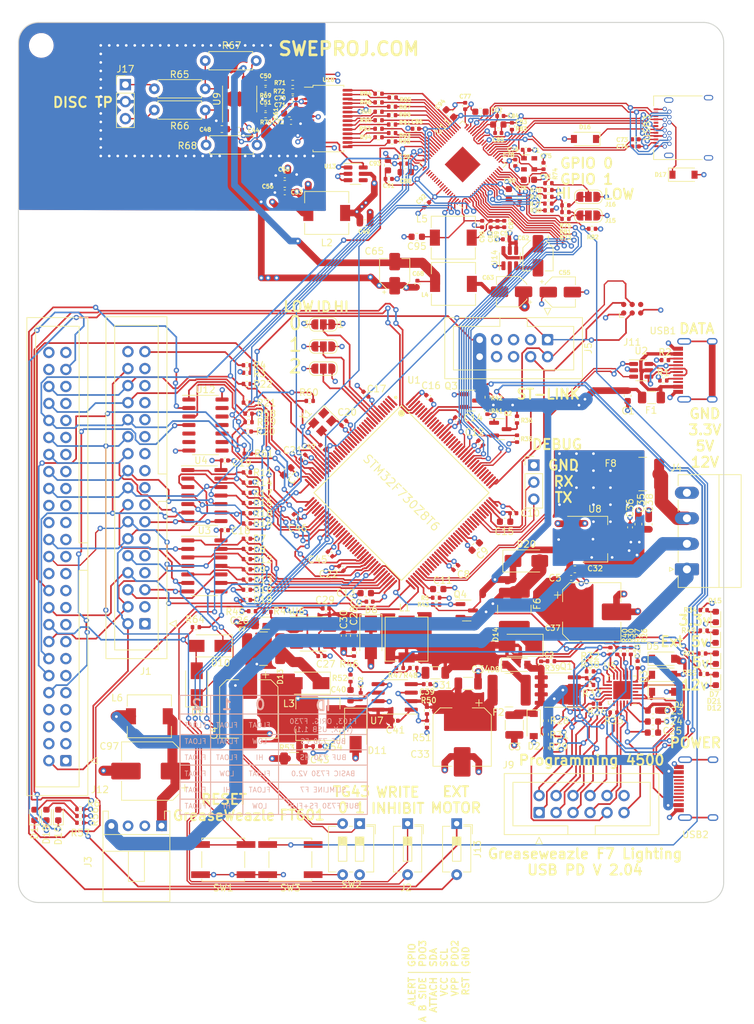
<source format=kicad_pcb>
(kicad_pcb (version 20221018) (generator pcbnew)

  (general
    (thickness 1.6)
  )

  (paper "E")
  (title_block
    (title "Greaseweazle F7 Lighting, USB PD")
    (date "2024-01-29")
    (rev "2.04")
    (company "SweProj.com")
  )

  (layers
    (0 "F.Cu" signal)
    (1 "In1.Cu" power)
    (2 "In2.Cu" power)
    (31 "B.Cu" signal)
    (32 "B.Adhes" user "B.Adhesive")
    (33 "F.Adhes" user "F.Adhesive")
    (34 "B.Paste" user)
    (35 "F.Paste" user)
    (36 "B.SilkS" user "B.Silkscreen")
    (37 "F.SilkS" user "F.Silkscreen")
    (38 "B.Mask" user)
    (39 "F.Mask" user)
    (40 "Dwgs.User" user "User.Drawings")
    (41 "Cmts.User" user "User.Comments")
    (42 "Eco1.User" user "User.Eco1")
    (43 "Eco2.User" user "User.Eco2")
    (44 "Edge.Cuts" user)
    (45 "Margin" user)
    (46 "B.CrtYd" user "B.Courtyard")
    (47 "F.CrtYd" user "F.Courtyard")
    (48 "B.Fab" user)
    (49 "F.Fab" user)
  )

  (setup
    (stackup
      (layer "F.SilkS" (type "Top Silk Screen"))
      (layer "F.Paste" (type "Top Solder Paste"))
      (layer "F.Mask" (type "Top Solder Mask") (thickness 0.01))
      (layer "F.Cu" (type "copper") (thickness 0.035))
      (layer "dielectric 1" (type "core") (thickness 0.48) (material "FR4") (epsilon_r 4.5) (loss_tangent 0.02))
      (layer "In1.Cu" (type "copper") (thickness 0.035))
      (layer "dielectric 2" (type "prepreg") (thickness 0.48) (material "FR4") (epsilon_r 4.5) (loss_tangent 0.02))
      (layer "In2.Cu" (type "copper") (thickness 0.035))
      (layer "dielectric 3" (type "core") (thickness 0.48) (material "FR4") (epsilon_r 4.5) (loss_tangent 0.02))
      (layer "B.Cu" (type "copper") (thickness 0.035))
      (layer "B.Mask" (type "Bottom Solder Mask") (thickness 0.01))
      (layer "B.Paste" (type "Bottom Solder Paste"))
      (layer "B.SilkS" (type "Bottom Silk Screen"))
      (copper_finish "None")
      (dielectric_constraints no)
    )
    (pad_to_mask_clearance 0)
    (pcbplotparams
      (layerselection 0x00010fc_ffffffff)
      (plot_on_all_layers_selection 0x0000000_00000000)
      (disableapertmacros false)
      (usegerberextensions false)
      (usegerberattributes true)
      (usegerberadvancedattributes true)
      (creategerberjobfile true)
      (dashed_line_dash_ratio 12.000000)
      (dashed_line_gap_ratio 3.000000)
      (svgprecision 6)
      (plotframeref false)
      (viasonmask false)
      (mode 1)
      (useauxorigin false)
      (hpglpennumber 1)
      (hpglpenspeed 20)
      (hpglpendiameter 15.000000)
      (dxfpolygonmode true)
      (dxfimperialunits true)
      (dxfusepcbnewfont true)
      (psnegative false)
      (psa4output false)
      (plotreference true)
      (plotvalue true)
      (plotinvisibletext false)
      (sketchpadsonfab false)
      (subtractmaskfromsilk false)
      (outputformat 1)
      (mirror false)
      (drillshape 0)
      (scaleselection 1)
      (outputdirectory "Greaseweazle_V1.01")
    )
  )

  (net 0 "")
  (net 1 "Net-(D2-K)")
  (net 2 "Net-(C2-Pad2)")
  (net 3 "Net-(U1A-VDD12OTGHS)")
  (net 4 "+12V")
  (net 5 "+3V3")
  (net 6 "+5VA")
  (net 7 "Net-(U1A-VCAP_1)")
  (net 8 "Net-(U1A-VCAP_2)")
  (net 9 "Net-(U5-VREG_2V7)")
  (net 10 "/Power_USB/USB_POWER")
  (net 11 "Net-(U5-VREG_1V2)")
  (net 12 "Net-(U6-SS)")
  (net 13 "Net-(U6-COMP)")
  (net 14 "Net-(C28-Pad2)")
  (net 15 "Net-(D6-K)")
  (net 16 "Net-(U6-BOOT)")
  (net 17 "Net-(D14-A)")
  (net 18 "Net-(U7-SS)")
  (net 19 "+24V")
  (net 20 "+5V")
  (net 21 "Net-(U7-COMP)")
  (net 22 "Net-(D11-K)")
  (net 23 "Net-(C40-Pad2)")
  (net 24 "Net-(U7-BOOT)")
  (net 25 "Net-(D13-A)")
  (net 26 "Net-(U10-SENSE)")
  (net 27 "Net-(U10-VIN+)")
  (net 28 "Net-(U10-VIN-)")
  (net 29 "/LED1")
  (net 30 "/Power_USB/CC2")
  (net 31 "/Power_USB/CC1")
  (net 32 "Net-(U10-REFT)")
  (net 33 "Net-(U10-REFB)")
  (net 34 "Net-(U14-CAP+)")
  (net 35 "Net-(U14-CAP-)")
  (net 36 "Net-(U14-OUT)")
  (net 37 "Net-(U11-T0DN)")
  (net 38 "Net-(U11-T0DP)")
  (net 39 "/~{RDY}")
  (net 40 "/~{WR_PROT}")
  (net 41 "/~{TRK_00}")
  (net 42 "/~{INDEX}")
  (net 43 "Net-(U11-XI)")
  (net 44 "Net-(U11-XO)")
  (net 45 "/SWDIO")
  (net 46 "/SWCLK")
  (net 47 "/ID2")
  (net 48 "Net-(J3-Pin_1)")
  (net 49 "/Power_USB/RST")
  (net 50 "/Power_USB/POWER_PDO2")
  (net 51 "VPP")
  (net 52 "/Power_USB/SCL")
  (net 53 "/Power_USB/SDA")
  (net 54 "/Power_USB/ATTACH")
  (net 55 "/Power_USB/POWER_PDO3")
  (net 56 "/Power_USB/A_B_SIDE")
  (net 57 "/Power_USB/GPIO")
  (net 58 "/Power_USB/ALERT")
  (net 59 "Net-(D1-A)")
  (net 60 "Net-(D7-A)")
  (net 61 "Net-(D8-K)")
  (net 62 "/~{FLIPPY}")
  (net 63 "Net-(D12-A)")
  (net 64 "/~{DENS}")
  (net 65 "/SPARE1")
  (net 66 "/SPARE2")
  (net 67 "/~{M0}")
  (net 68 "/~{DS1}")
  (net 69 "/~{DS0}")
  (net 70 "/~{DIR}")
  (net 71 "/~{STEP}")
  (net 72 "/~{WR_DAT}")
  (net 73 "/~{WR_GATE}")
  (net 74 "/~{SIDE}")
  (net 75 "Net-(D13-K)")
  (net 76 "Net-(D14-K)")
  (net 77 "Net-(D15-A)")
  (net 78 "Net-(D16-K)")
  (net 79 "Net-(D17-K)")
  (net 80 "Net-(U2-VBUS)")
  (net 81 "Net-(J4-Pin_3)")
  (net 82 "/~{M1}")
  (net 83 "/USB_D+")
  (net 84 "/USB_D-")
  (net 85 "Net-(J1-Pin_6)")
  (net 86 "Net-(J1-Pin_33)")
  (net 87 "unconnected-(J5-Pin_3-Pad3)")
  (net 88 "nRST")
  (net 89 "/RX")
  (net 90 "/TX")
  (net 91 "unconnected-(J11-Pin_6-Pad6)")
  (net 92 "unconnected-(J12-Pin_4-Pad4)")
  (net 93 "unconnected-(J12-Pin_6-Pad6)")
  (net 94 "unconnected-(J12-Pin_8-Pad8)")
  (net 95 "/~{FD2S}")
  (net 96 "/~{DC}")
  (net 97 "unconnected-(J12-Pin_24-Pad24)")
  (net 98 "/~{DISKCHANGE}")
  (net 99 "/~{DRIVE2}")
  (net 100 "/~{DRIVE3}")
  (net 101 "unconnected-(J12-Pin_50-Pad50)")
  (net 102 "Net-(J15-Pin_1)")
  (net 103 "Net-(J16-Pin_1)")
  (net 104 "Net-(J17-Pin_1)")
  (net 105 "Net-(J17-Pin_3)")
  (net 106 "/BE_0")
  (net 107 "Net-(Q1-G)")
  (net 108 "Net-(USB1-CC1)")
  (net 109 "Net-(USB1-CC2)")
  (net 110 "Net-(U1A-OTG_HS_REXT)")
  (net 111 "Net-(U5-VBUS_VS_DISCH)")
  (net 112 "Net-(U5-VBUS_EN_SNK)")
  (net 113 "/AD_USB/TX+")
  (net 114 "Net-(U5-DISCH)")
  (net 115 "Net-(U6-EN)")
  (net 116 "Net-(U6-VSENSE)")
  (net 117 "Net-(U7-EN)")
  (net 118 "Net-(U7-VSENSE)")
  (net 119 "Net-(U9-+IN)")
  (net 120 "Net-(U9--IN)")
  (net 121 "Net-(U9--OUT)")
  (net 122 "Net-(U9-+OUT)")
  (net 123 "Net-(U10-MODE)")
  (net 124 "Net-(U11-GPIO0)")
  (net 125 "Net-(U11-GPIO1)")
  (net 126 "Net-(U11-WAKEUP_N)")
  (net 127 "Net-(U11-SIWU_N)")
  (net 128 "Net-(U11-OE_N)")
  (net 129 "Net-(U11-RD_N)")
  (net 130 "Net-(U11-WR_N)")
  (net 131 "Net-(U11-RREF)")
  (net 132 "Net-(U11-DATA_0)")
  (net 133 "Net-(U11-DATA_1)")
  (net 134 "Net-(U11-DATA_2)")
  (net 135 "Net-(U11-DATA_3)")
  (net 136 "Net-(U11-DATA_4)")
  (net 137 "Net-(U11-DATA_5)")
  (net 138 "Net-(U11-DATA_6)")
  (net 139 "Net-(U11-DATA_7)")
  (net 140 "Net-(U11-DATA_8)")
  (net 141 "Net-(U11-DATA_9)")
  (net 142 "Net-(U11-DATA_10)")
  (net 143 "Net-(U11-DATA_11)")
  (net 144 "unconnected-(U1C-PE2-Pad1)")
  (net 145 "unconnected-(U1C-PE3-Pad2)")
  (net 146 "unconnected-(U1C-PE4-Pad3)")
  (net 147 "unconnected-(U1C-PE5-Pad4)")
  (net 148 "unconnected-(U1C-PE6-Pad5)")
  (net 149 "unconnected-(U1C-PF0-Pad10)")
  (net 150 "unconnected-(U1C-PF1-Pad11)")
  (net 151 "unconnected-(U1C-PF2-Pad12)")
  (net 152 "unconnected-(U1C-PF3-Pad13)")
  (net 153 "unconnected-(U1C-PF4-Pad14)")
  (net 154 "unconnected-(U1C-PF5-Pad15)")
  (net 155 "unconnected-(U1C-PF6-Pad18)")
  (net 156 "unconnected-(U1C-PF7-Pad19)")
  (net 157 "unconnected-(U1C-PF8-Pad20)")
  (net 158 "unconnected-(U1C-PF9-Pad21)")
  (net 159 "unconnected-(U1C-PF10-Pad22)")
  (net 160 "Net-(U1C-PH0)")
  (net 161 "unconnected-(U1C-PH1-Pad24)")
  (net 162 "unconnected-(U1B-PC0-Pad26)")
  (net 163 "unconnected-(U1B-PA4-Pad40)")
  (net 164 "unconnected-(U1B-PA5-Pad41)")
  (net 165 "unconnected-(U1B-PC5-Pad45)")
  (net 166 "unconnected-(U1C-PF11-Pad49)")
  (net 167 "unconnected-(U1C-PF12-Pad50)")
  (net 168 "unconnected-(U1C-PF13-Pad53)")
  (net 169 "unconnected-(U1C-PF14-Pad54)")
  (net 170 "unconnected-(U1C-PF15-Pad55)")
  (net 171 "unconnected-(U1C-PG0-Pad56)")
  (net 172 "unconnected-(U1C-PG1-Pad57)")
  (net 173 "unconnected-(U1C-PE7-Pad58)")
  (net 174 "unconnected-(U1C-PE8-Pad59)")
  (net 175 "unconnected-(J12-Pin_43-Pad43)")
  (net 176 "/~{EXT_MOTOR}")
  (net 177 "unconnected-(U1B-PD8-Pad79)")
  (net 178 "unconnected-(U1B-PD9-Pad80)")
  (net 179 "unconnected-(U1B-PD10-Pad81)")
  (net 180 "SCL_3V3")
  (net 181 "SDA_3V3")
  (net 182 "/P_STUSB")
  (net 183 "/~{MOTOR_EN}")
  (net 184 "unconnected-(U1B-PD11-Pad82)")
  (net 185 "unconnected-(U1B-PD12-Pad83)")
  (net 186 "unconnected-(U1B-PD13-Pad84)")
  (net 187 "unconnected-(U1B-PD14-Pad87)")
  (net 188 "unconnected-(U1B-PD15-Pad88)")
  (net 189 "unconnected-(U1C-PG2-Pad89)")
  (net 190 "unconnected-(U1C-PG3-Pad90)")
  (net 191 "unconnected-(U1C-PG4-Pad91)")
  (net 192 "unconnected-(U1C-PG5-Pad92)")
  (net 193 "unconnected-(U1C-PG8-Pad93)")
  (net 194 "unconnected-(U1B-PC6-Pad96)")
  (net 195 "unconnected-(U1B-PC7-Pad97)")
  (net 196 "unconnected-(U1B-PC8-Pad98)")
  (net 197 "unconnected-(U1B-PC9-Pad99)")
  (net 198 "unconnected-(U1B-PA8-Pad100)")
  (net 199 "unconnected-(U1B-PA11-Pad103)")
  (net 200 "unconnected-(U1B-PA12-Pad104)")
  (net 201 "unconnected-(U1B-PA15-Pad110)")
  (net 202 "unconnected-(U1B-PC10-Pad111)")
  (net 203 "unconnected-(U1B-PC11-Pad112)")
  (net 204 "/BE_1")
  (net 205 "/BE_2")
  (net 206 "/BE_3")
  (net 207 "/TXE_N")
  (net 208 "+3.3VADC")
  (net 209 "unconnected-(U1B-PC12-Pad113)")
  (net 210 "unconnected-(U1B-PD0-Pad114)")
  (net 211 "-3V3")
  (net 212 "/~{DENSEL}")
  (net 213 "/INUSE")
  (net 214 "/~{M0_EN}")
  (net 215 "/~{DRIVE1}")
  (net 216 "/~{DRIVE0}")
  (net 217 "/~{M1_EN}")
  (net 218 "/~{DIRECTION}")
  (net 219 "/~{STEPS}")
  (net 220 "/~{WR_DATA}")
  (net 221 "/~{WR_GATE_OUT}")
  (net 222 "/~{SIDE_SEL}")
  (net 223 "unconnected-(U1B-PD3-Pad117)")
  (net 224 "/RXE_N")
  (net 225 "unconnected-(U1C-PG9-Pad124)")
  (net 226 "Net-(J2-Pad2)")
  (net 227 "unconnected-(U1C-PG10-Pad125)")
  (net 228 "unconnected-(U1C-PG11-Pad126)")
  (net 229 "unconnected-(U1C-PG12-Pad127)")
  (net 230 "unconnected-(U1C-PG13-Pad128)")
  (net 231 "unconnected-(U1C-PG14-Pad129)")
  (net 232 "unconnected-(U1C-PG15-Pad132)")
  (net 233 "unconnected-(U1B-PB3-Pad133)")
  (net 234 "/AD_USB/D+")
  (net 235 "/AD_USB/D-")
  (net 236 "/AD_USB/RX-")
  (net 237 "unconnected-(U1B-PB4-Pad134)")
  (net 238 "unconnected-(U1B-PB5-Pad135)")
  (net 239 "/~{RD_DATA}")
  (net 240 "/PA0")
  (net 241 "/PA1")
  (net 242 "/AD/CLK_60MHz")
  (net 243 "/PA2")
  (net 244 "/PA3")
  (net 245 "unconnected-(U1B-PB8-Pad139)")
  (net 246 "unconnected-(U1B-PB9-Pad140)")
  (net 247 "/PA4")
  (net 248 "/PA5")
  (net 249 "/PA6")
  (net 250 "/PA7")
  (net 251 "/PA8")
  (net 252 "/PA9")
  (net 253 "/PA10")
  (net 254 "/PA11")
  (net 255 "unconnected-(Y1-Pad2)")
  (net 256 "unconnected-(Y1-Pad4)")
  (net 257 "/~{TG43_0}")
  (net 258 "/~{TG43_1}")
  (net 259 "/AD_USB/RX+")
  (net 260 "/LED2")
  (net 261 "/LED3")
  (net 262 "Net-(USB1-DP1)")
  (net 263 "Net-(USB1-DN1)")
  (net 264 "unconnected-(U5-NC-Pad3)")
  (net 265 "/AD_USB/VD10")
  (net 266 "/AD_USB/VCCIO")
  (net 267 "/AD_USB/AVDD")
  (net 268 "unconnected-(U9-NC-Pad7)")
  (net 269 "unconnected-(U10-OTR-Pad1)")
  (net 270 "Net-(U11-CLK)")
  (net 271 "unconnected-(U11-DATA_16-Pad60)")
  (net 272 "/AD_USB/FT_RST")
  (net 273 "GND")
  (net 274 "unconnected-(U13-Pad4)")
  (net 275 "unconnected-(U11-DATA_17-Pad61)")
  (net 276 "unconnected-(U11-DATA_18-Pad62)")
  (net 277 "unconnected-(U11-DATA_19-Pad63)")
  (net 278 "unconnected-(U11-DATA_20-Pad64)")
  (net 279 "unconnected-(U11-DATA_21-Pad65)")
  (net 280 "unconnected-(U11-DATA_22-Pad66)")
  (net 281 "unconnected-(U11-DATA_23-Pad67)")
  (net 282 "unconnected-(U11-DATA_24-Pad69)")
  (net 283 "unconnected-(U11-DATA_25-Pad70)")
  (net 284 "unconnected-(U11-DATA_26-Pad71)")
  (net 285 "unconnected-(U11-DATA_27-Pad72)")
  (net 286 "unconnected-(U11-DATA_31-Pad76)")
  (net 287 "unconnected-(U11-EXP-Pad77)")
  (net 288 "unconnected-(USB1-SBU2-Pad3)")
  (net 289 "unconnected-(USB1-SBU1-Pad9)")
  (net 290 "unconnected-(USB1-SHIELD-Pad13)")
  (net 291 "unconnected-(USB2-SBU2-Pad3)")
  (net 292 "unconnected-(USB2-DN2-Pad5)")
  (net 293 "unconnected-(USB2-DP1-Pad6)")
  (net 294 "unconnected-(USB2-DN1-Pad7)")
  (net 295 "unconnected-(USB2-DP2-Pad8)")
  (net 296 "unconnected-(USB2-SBU1-Pad9)")
  (net 297 "unconnected-(USB3-SBU1-PadA8)")
  (net 298 "unconnected-(USB3-SBU2-PadB8)")
  (net 299 "/AD_USB/VBUS")
  (net 300 "/AD_USB/TX-")
  (net 301 "unconnected-(X1-Tri-State-Pad1)")
  (net 302 "Net-(D18-A)")
  (net 303 "Net-(D19-A)")
  (net 304 "Net-(J13-Pad2)")
  (net 305 "/~{MOTOR2}")
  (net 306 "/~{FD2}")
  (net 307 "unconnected-(U12-Pad5)")
  (net 308 "unconnected-(U12-Pad6)")
  (net 309 "unconnected-(U12-Pad8)")
  (net 310 "unconnected-(U12-Pad9)")
  (net 311 "unconnected-(U12-Pad10)")
  (net 312 "unconnected-(U12-Pad11)")
  (net 313 "unconnected-(U12-Pad12)")
  (net 314 "unconnected-(U12-Pad13)")
  (net 315 "unconnected-(J12-Pin_48-Pad48)")
  (net 316 "Net-(D21-A)")

  (footprint "MountingHole:MountingHole_3.2mm_M3" (layer "F.Cu") (at 192.532 33.02))

  (footprint "MountingHole:MountingHole_3.2mm_M3" (layer "F.Cu") (at 192.532 157.48))

  (footprint "MountingHole:MountingHole_3.2mm_M3" (layer "F.Cu") (at 93.98 33.02))

  (footprint "Capacitor_SMD:C_0402_1005Metric" (layer "F.Cu") (at 136.060589 93.060589 135))

  (footprint "Capacitor_SMD:C_0603_1608Metric" (layer "F.Cu") (at 181.642 85.344 90))

  (footprint "Capacitor_SMD:C_0402_1005Metric" (layer "F.Cu") (at 168.7 125.476 90))

  (footprint "Capacitor_SMD:C_1210_3225Metric" (layer "F.Cu") (at 164.7 134.5 -90))

  (footprint "Capacitor_SMD:C_0402_1005Metric" (layer "F.Cu") (at 143.06 116.078 180))

  (footprint "Capacitor_SMD:C_0402_1005Metric" (layer "F.Cu") (at 155.956 110.998 -135))

  (footprint "Capacitor_SMD:C_0603_1608Metric" (layer "F.Cu") (at 158.9278 107.8484 -135))

  (footprint "Capacitor_SMD:C_0402_1005Metric" (layer "F.Cu") (at 164.5412 102.87 180))

  (footprint "Capacitor_SMD:C_0603_1608Metric" (layer "F.Cu") (at 153.325 114.2))

  (footprint "Capacitor_SMD:C_0402_1005Metric" (layer "F.Cu") (at 159.680589 92.370589 -45))

  (footprint "Capacitor_SMD:C_0603_1608Metric" (layer "F.Cu") (at 142.494 114.808 180))

  (footprint "Capacitor_SMD:C_0402_1005Metric" (layer "F.Cu") (at 156.21 88.9 -45))

  (footprint "Capacitor_SMD:C_0603_1608Metric" (layer "F.Cu") (at 163.322 104.14))

  (footprint "Capacitor_SMD:C_0402_1005Metric" (layer "F.Cu") (at 151.892 85.598 -45))

  (footprint "Capacitor_SMD:C_0402_1005Metric" (layer "F.Cu") (at 142.494 85.09 135))

  (footprint "Capacitor_SMD:C_0402_1005Metric" (layer "F.Cu") (at 121.412 105.41))

  (footprint "Capacitor_SMD:C_0402_1005Metric" (layer "F.Cu") (at 121.412 94.996))

  (footprint "Capacitor_SMD:C_0402_1005Metric" (layer "F.Cu") (at 139.192 89.408 45))

  (footprint "Capacitor_SMD:C_0402_1005Metric" (layer "F.Cu") (at 133.096 94.488 -135))

  (footprint "Capacitor_SMD:C_0402_1005Metric" (layer "F.Cu") (at 138.811 111.125 135))

  (footprint "Capacitor_SMD:C_0603_1608Metric" (layer "F.Cu") (at 185.42 132.334))

  (footprint "Capacitor_SMD:C_0603_1608Metric" (layer "F.Cu") (at 185.42 133.985))

  (footprint "Capacitor_SMD:C_0603_1608Metric" (layer "F.Cu") (at 185.42 135.636))

  (footprint "Capacitor_SMD:C_1206_3216Metric" (layer "F.Cu") (at 127.4 119.3 180))

  (footprint "Capacitor_SMD:C_0402_1005Metric" (layer "F.Cu") (at 135.862 124.206))

  (footprint "Capacitor_SMD:C_0603_1608Metric" (layer "F.Cu") (at 140.716 121.158 -90))

  (footprint "Capacitor_SMD:C_0402_1005Metric" (layer "F.Cu") (at 136.535 117.1 180))

  (footprint "Capacitor_SMD:C_0402_1005Metric" (layer "F.Cu") (at 139.192 121.158 -90))

  (footprint "Capacitor_SMD:C_1206_3216Metric" (layer "F.Cu") (at 152.9 126.7 180))

  (footprint "Capacitor_SMD:CP_Elec_8x10.5" (layer "F.Cu") (at 156.9 136.3 -90))

  (footprint "Capacitor_SMD:C_1206_3216Metric" (layer "F.Cu") (at 157.8 128.3))

  (footprint "Capacitor_SMD:C_0402_1005Metric" (layer "F.Cu") (at 151.638 128.4))

  (footprint "Capacitor_SMD:C_0603_1608Metric" (layer "F.Cu") (at 140.208 130.048 90))

  (footprint "Capacitor_SMD:C_0402_1005Metric" (layer "F.Cu") (at 146.812 133.858))

  (footprint "Capacitor_SMD:C_0402_1005Metric" (layer "F.Cu") (at 141.732 130.175 90))

  (footprint "Diode_SMD:D_SOD-123" (layer "F.Cu") (at 167.6 134.5 -90))

  (footprint "Diode_SMD:D_SOD-123" (layer "F.Cu") (at 186.944 127))

  (footprint "Diode_SMD:D_SOD-123" (layer "F.Cu") (at 186.944 129.54))

  (footprint "Diode_SMD:D_SMA" (layer "F.Cu") (at 143.256 121.412 -90))

  (footprint "Diode_SMD:D_SOD-123" (layer "F.Cu") (at 165 125.5))

  (footprint "Diode_SMD:D_SMA" (layer "F.Cu") (at 140.97 135.382 -90))

  (footprint "Diode_SMD:D_SMA" (layer "F.Cu") (at 133.8 128.25 180))

  (footprint "Diode_SMD:D_SMA" (layer "F.Cu") (at 165.6 122.6 180))

  (footprint "Greaseweazle:Fuse_1206_3216Metric" (layer "F.Cu") (at 185.198 85.598))

  (footprint "Greaseweazle:Fuse_2018Metric" (layer "F.Cu") (at 163.9 129.3))

  (footprint "Greaseweazle:Fuse_2018Metric" (layer "F.Cu") (at 164.7 117.2 -90))

  (footprint "Greaseweazle:Fuse_2018Metric" (layer "F.Cu") (at 127.2 123.1))

  (footprint "Connector_Phoenix_MC:PhoenixContact_MC_1,5_4-G-3.81_1x04_P3.81mm_Horizontal" (layer "F.Cu") (at 190.5 111.252 90))

  (footprint "Connector_IDC:IDC-Header_2x05_P2.54mm_Vertical" (layer "F.Cu")
    (tstamp 00000000-0000-0000-0000-000060f2ab5b)
    (at 169.672 76.962 -90)
    (descr "Through hole IDC box header, 2x05, 2.54mm pitch, DIN 41651 / IEC 60603-13, double rows, https://docs.google.com/spreadsheets/d/16SsEcesNF15N3Lb4niX7dcUr-NY5_MFPQhobNuNppn4/edit#gid=0")
    (tags "Through hole vertical IDC box header THT 2x05 2.54mm double row")
    (property "LCSC" "C706914")
    (property "Sheetfile" "Greaseweazle.kicad_sch")
    (property "Sheetname" "")
    (property "ki_description" "Generic connector, double row, 02x05, odd/even pin numbering scheme (row 1 odd numbers, row 2 even numbers), script generated (kicad-library-utils/schlib/autogen/connector/)")
    (property "ki_keywords" "connector")
    (path "/00000000-0000-0000-0000-0000619aeefc")
    (attr through_hole)
    (fp_text reference "J5" (at 1.27 -6.1 90) (layer "F.SilkS")
        (effects (font (size 1 1) (thickness 0.15)))
      (tstamp f12b37e5-d93b-4f75-ab9e-e3658dcc3818)
    )
    (fp_text value "ST LINK DEBUG/FLASH" (at 1.27 16.26 90) (layer "F.Fab")
        (effects (font (size 1 1) (thickness 0.15)))
      (tstamp cd04a8a3-2ab6-421f-bfeb-80a7ecbb9c6b)
    )
    (fp_text user "${REFERENCE}" (at 1.27 5.08) (layer "F.Fab")
        (effects (font (size 1 1) (thickness 0.15)))
      (tstamp 5d00c550-9794-413c-9141-5d413e987e1d)
    )
    (fp_line (start -4.68 -0.5) (end -4.68 0.5)
      (stroke (width 0.12) (type solid)) (layer "F.SilkS") (tstamp 9f628090-c405-475b-b23b-b1dc56d7593a))
    (fp_line (start -4.68 0.5) (end -3.68 0)
      (stroke (width 0.12) (type solid)) (layer "F.SilkS") (tstamp 6aca8512-68eb-4662-8587-96dc23a883c7))
    (fp_line (start -3.68 0) (end -4.68 -0.5)
      (stroke (width 0.12) (type solid)) (layer "F.SilkS") (tstamp 23a7e30c-b738-4c2c-9dea-ce3ad85cddc2))
    (fp_line (start -3.29 -5.21) (end 5.83 -5.21)
      (stroke (width 0.12) (type solid)) (layer "F.SilkS") (tstamp beb280a9-489e-454a-b64a-5520ed2b0b7d))
    (fp_line (start -3.29 3.03) (end -1.98 3.03)
      (stroke (width 0.12) (type solid)) (layer "F.SilkS") (tstamp 8632ea40-6970-4e96-9ed1-18161e77db5e))
    (fp_line (start -3.29 15.37) (end -3.29 -5.21)
      (stroke (width 0.12) (type solid)) (layer "F.SilkS") (tstamp cbbf13d8-c74a-46d6-835c-792b85aa048c))
    (fp_line (start -1.98 -3.91) (end 4.52 -3.91)
      (stroke (width 0.12) (type solid)) (layer "F.SilkS") (tstamp 1a6962db-0d7a-4ce6-9231-bb114692441d))
    (fp_line (start -1.98 3.03) (end -1.98 -3.91)
      (stroke (width 0.12) (type solid)) (layer "F.SilkS") (tstamp f9286911-4cc9-4eda-86a8-993bb5bd8c7b))
    (fp_line (start -1.98 7.13) (end -3.29 7.13)
      (stroke (width 0.12) (type solid)) (layer "F.SilkS") (tstamp cd1769d5-f24c-43ac-8166-8fd8c7801068))
    (fp_line (start -1.98 7.13) (end -1.98 7.13)
      (stroke (width 0.12) (type solid)) (layer "F.SilkS") (tstamp adcbb670-ac0f-4c22-976d-447ae1aebe5e))
    (fp_line (start -1.98 14.07) (end -1.98 7.13)
      (stroke (width 0.12) (type solid)) (layer "F.SilkS") (tstamp 3e98ad27-28d2-45d3-9e47-366e175e1198))
    (fp_line (start 4.52 -3.91) (end 4.52 14.07)
      (stroke (width 0.12) (type solid)) (layer "F.SilkS") (tstamp 1d3bfd58-b645-4ed2-9a28-e9aafebffa0c))
    (fp_line (start 4.52 14.07) (end -1.98 14.07)
      (stroke (width 0.12) (type solid)) (layer "F.SilkS") (tstamp 9e2fdbfc-e575-4bc2-bf8e-b2cfd8be01cb))
    (fp_line (start 5.83 -5.21) (end 5.83 15.37)
      (stroke (width 0.12) (type solid)) (layer "F.SilkS") (tstamp 221527b5-c91c-4d38-b527-dc979fe536be))
    (fp_line (start 5.83 15.37) (end -3.29 15.37)
      (stroke (width 0.12) (type solid)) (layer "F.SilkS") (tstamp 40ea0fc9-63b4-4fe2-8f9e-0461098586a7))
    (fp_line (start -3.68 -5.6) (end -3.68 15.76)
      (stroke (width 0.05) (type solid)) (layer "F.CrtYd") (tstamp 54df4932-cd59-4260-9c3c-5b0f6d8a7d82))
    (fp_line (start -3.68 15.76) (end 6.22 15.76)
      (stroke (width 0.05) (type solid)) (layer "F.CrtYd") (tstamp c33bd450-c234-4ff4-86ac-f3434ceddb92))
    (fp_line (start 6.22 -5.6) (end -3.68 -5.6)
      (stroke (width 0.05) (type solid)) (layer "F.CrtYd") (tstamp 7ca78772-e694-4f40-aefb-dab713f2b096))
    (fp_line (start 6.22 15.76) (end 6.22 -5.6)
      (stroke (width 0.05) (type solid)) (layer "F.CrtYd") (tstamp 62190a61-08d2-4d66-8cef-98cf76c6cea5))
    (fp_line (start -3.18 -4.1) (end -2.18 -5.1)
      (stroke (width 0.1) (type solid)) (layer "F.Fab") (tstamp 5b20ee0a-6aa5-4d00-bdd8-11a5d122f221))
    (fp_line (start -3.18 3.03) (end -1.98 3.03)
      (stroke (width 0.1) (type solid)) (layer "F.Fab") (tstamp de49d56e-a2cd-4e79-bdf6-0c916e0b64fa))
    (fp_line (start -3.18 15.26) (end -3.18 -4.1)
      (stroke (width 0.1) (type solid)) (layer "F.Fab") (tstamp ec4331aa-bc10-4056-b96f-e6abd2ee68d1))
    (fp_line (start -2.18 -5.1) (end 5.72 -5.1)
      (stroke (width 0.1) (type solid)) (layer "F.Fab") (tstamp 4792b825-4d43-4e56-9b6f-b22353e9ecce))
    (fp_line (start -1.98 -3.91) (end 4.52 -3.91)
      (stroke (width 0.1) (type solid)) (layer "F.Fab") (tstamp b86d0b75-6aa0-45b7-9415-5d5b049891ad))
    (fp_line (start -1.98 3.03) (end -1.98 -3.91)
      (stroke (width 0.1) (type solid)) (layer "F.Fab") (tstamp 30dbfb58-d1c8-4bbf-8c4d-1d370e698d47))
    (fp_line (start -1.98 7.13) (end -3.18 7.13)
      (stroke (width 0.1) (type solid)) (layer "F.Fab") (tstamp efe54b04-4991-4c78-a1da-da8afc5baea8))
    (fp_line (start -1.98 7.13) (end -1.98 7.13)
      (stroke (width 0.1) (type solid)) (layer "F.Fab") (tstamp 9b367d66-6caf-4ae7-8af6-b692ee453b98))
    (fp_line (start -1.98 14.07) (end -1.98 7.13)
      (stroke (width 0.1) (type solid)) (layer "F.Fab") (tstamp 1e289dea-136b-481e-9779-7471a4e751e0))
    (fp_line (start 4.52 -3.91) (end 4.52 14.07)
      (stroke (width 0.1) (type solid)) (layer "F.Fab") (tstamp f5a604c8-c05f-4259-8432-207141633348))
    (fp_line (start 4.52 14.07) (end -1.98 14.07)
      (stroke (width 0.1) (type solid)) (layer "F.Fab") (tstamp c1d64978-9892-4c62-8576-21d45a1df1e9))
    (fp_line (start 5.72 -5.1) (end 5.72 15.26)
      (stroke (width 0.1) (type solid)) (layer "F.Fab") (tstamp f0fe1567-41fb-45c9-ade3-842bda966f8e))
    (fp_line (start 5.72 15.26) (end -3.18 15.26)
      (stroke (width 0.1) (type solid)) (layer "F.Fab") (tstamp 9f7fa977-473f-4f5d-9ba2-fe6e8c4186a9))
    (pad "1" thru_hole roundrect (a
... [3014893 chars truncated]
</source>
